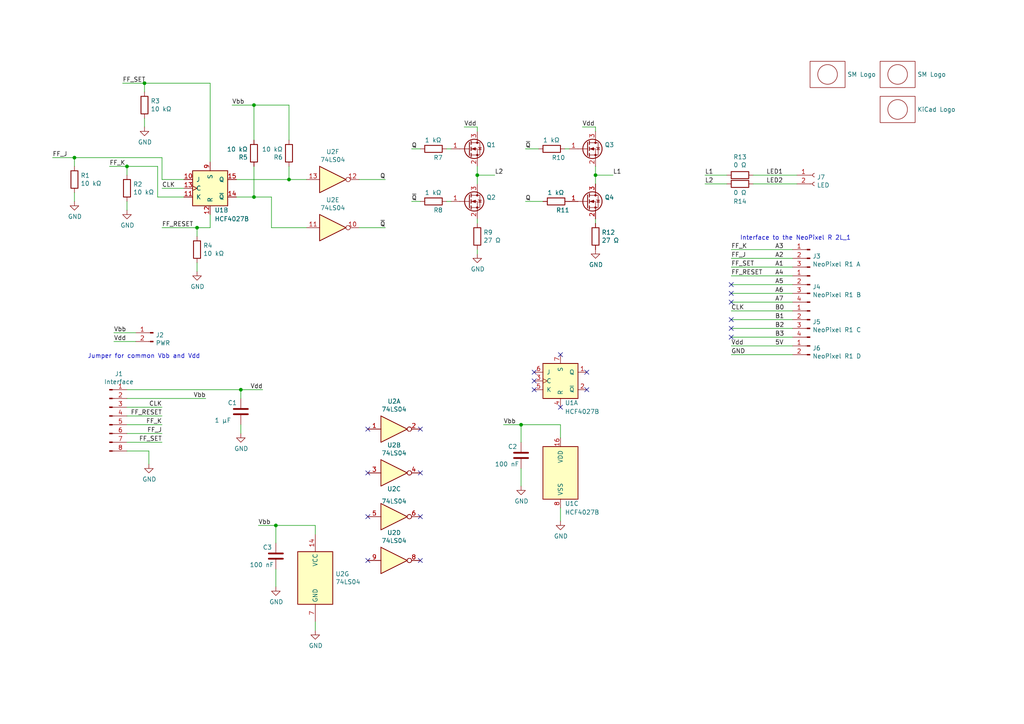
<source format=kicad_sch>
(kicad_sch (version 20231120) (generator "eeschema") (generator_version "8.0")
  (paper "A4")
  (lib_symbols
    (symbol "4xxx:4027" (pin_names (offset 1.016))
      (property "Reference" "U" (at -7.62 8.89 0))
      (property "Value" "4027" (at -7.62 -8.89 0))
      (symbol "4027_1_1"
        (rectangle (start -5.08 5.08) (end 5.08 -5.08) (stroke (width 0.254)) (fill (type background)))
        (pin output line (at 7.62 2.54 180) (length 2.54) (name "Q") (number "1"))
        (pin output line (at 7.62 -2.54 180) (length 2.54) (name "~{Q}") (number "2"))
        (pin input clock (at -7.62 0 0) (length 2.54) (name "C") (number "3"))
        (pin input line (at 0 -7.62 90) (length 2.54) (name "R") (number "4"))
        (pin input line (at -7.62 -2.54 0) (length 2.54) (name "K") (number "5"))
        (pin input line (at -7.62 2.54 0) (length 2.54) (name "J") (number "6"))
        (pin input line (at 0 7.62 270) (length 2.54) (name "S") (number "7"))
      )
      (symbol "4027_2_1"
        (rectangle (start -5.08 5.08) (end 5.08 -5.08) (stroke (width 0.254)) (fill (type background)))
        (pin input line (at -7.62 2.54 0) (length 2.54) (name "J") (number "10"))
        (pin input line (at -7.62 -2.54 0) (length 2.54) (name "K") (number "11"))
        (pin input line (at 0 -7.62 90) (length 2.54) (name "R") (number "12"))
        (pin input clock (at -7.62 0 0) (length 2.54) (name "C") (number "13"))
        (pin output line (at 7.62 -2.54 180) (length 2.54) (name "~{Q}") (number "14"))
        (pin output line (at 7.62 2.54 180) (length 2.54) (name "Q") (number "15"))
        (pin input line (at 0 7.62 270) (length 2.54) (name "S") (number "9"))
      )
      (symbol "4027_3_0"
        (pin power_in line (at 0 10.16 270) (length 2.54) (name "VDD") (number "16"))
        (pin power_in line (at 0 -10.16 90) (length 2.54) (name "VSS") (number "8"))
      )
      (symbol "4027_3_1"
        (rectangle (start -5.08 7.62) (end 5.08 -7.62) (stroke (width 0.254)) (fill (type background)))
      )
    )
    (symbol "74xx:74LS04"
      (property "Reference" "U" (at 0 1.27 0))
      (property "Value" "74LS04" (at 0 -1.27 0))
      (symbol "74LS04_1_0"
        (polyline (pts (xy -3.81 3.81) (xy -3.81 -3.81) (xy 3.81 0) (xy -3.81 3.81)) (stroke (width 0.254)) (fill (type background)))
        (pin input line (at -7.62 0 0) (length 3.81) (name "~") (number "1"))
        (pin output inverted (at 7.62 0 180) (length 3.81) (name "~") (number "2"))
      )
      (symbol "74LS04_2_0"
        (polyline (pts (xy -3.81 3.81) (xy -3.81 -3.81) (xy 3.81 0) (xy -3.81 3.81)) (stroke (width 0.254)) (fill (type background)))
        (pin input line (at -7.62 0 0) (length 3.81) (name "~") (number "3"))
        (pin output inverted (at 7.62 0 180) (length 3.81) (name "~") (number "4"))
      )
      (symbol "74LS04_3_0"
        (polyline (pts (xy -3.81 3.81) (xy -3.81 -3.81) (xy 3.81 0) (xy -3.81 3.81)) (stroke (width 0.254)) (fill (type background)))
        (pin input line (at -7.62 0 0) (length 3.81) (name "~") (number "5"))
        (pin output inverted (at 7.62 0 180) (length 3.81) (name "~") (number "6"))
      )
      (symbol "74LS04_4_0"
        (polyline (pts (xy -3.81 3.81) (xy -3.81 -3.81) (xy 3.81 0) (xy -3.81 3.81)) (stroke (width 0.254)) (fill (type background)))
        (pin output inverted (at 7.62 0 180) (length 3.81) (name "~") (number "8"))
        (pin input line (at -7.62 0 0) (length 3.81) (name "~") (number "9"))
      )
      (symbol "74LS04_5_0"
        (polyline (pts (xy -3.81 3.81) (xy -3.81 -3.81) (xy 3.81 0) (xy -3.81 3.81)) (stroke (width 0.254)) (fill (type background)))
        (pin output inverted (at 7.62 0 180) (length 3.81) (name "~") (number "10"))
        (pin input line (at -7.62 0 0) (length 3.81) (name "~") (number "11"))
      )
      (symbol "74LS04_6_0"
        (polyline (pts (xy -3.81 3.81) (xy -3.81 -3.81) (xy 3.81 0) (xy -3.81 3.81)) (stroke (width 0.254)) (fill (type background)))
        (pin output inverted (at 7.62 0 180) (length 3.81) (name "~") (number "12"))
        (pin input line (at -7.62 0 0) (length 3.81) (name "~") (number "13"))
      )
      (symbol "74LS04_7_0"
        (pin power_in line (at 0 12.7 270) (length 5.08) (name "VCC") (number "14"))
        (pin power_in line (at 0 -12.7 90) (length 5.08) (name "GND") (number "7"))
      )
      (symbol "74LS04_7_1"
        (rectangle (start -5.08 7.62) (end 5.08 -7.62) (stroke (width 0.254)) (fill (type background)))
      )
    )
    (symbol "Device:C" (pin_numbers hide) (pin_names (offset 0.254))
      (property "Reference" "C" (at 0.635 2.54 0))
      (property "Value" "C" (at 0.635 -2.54 0))
      (symbol "C_0_1"
        (polyline (pts (xy -2.032 -0.762) (xy 2.032 -0.762)) (stroke (width 0.508)))
        (polyline (pts (xy -2.032 0.762) (xy 2.032 0.762)) (stroke (width 0.508)))
      )
      (symbol "C_1_1"
        (pin passive line (at 0 3.81 270) (length 2.794) (name "~") (number "1"))
        (pin passive line (at 0 -3.81 90) (length 2.794) (name "~") (number "2"))
      )
    )
    (symbol "Device:Q_NMOS_GSD" (pin_names (offset 0) hide)
      (property "Reference" "Q" (at 5.08 1.27 0))
      (property "Value" "Q_NMOS_GSD" (at 5.08 -1.27 0))
      (symbol "Q_NMOS_GSD_0_1"
        (polyline (pts (xy 0.254 0) (xy -2.54 0)))
        (polyline (pts (xy 0.254 1.905) (xy 0.254 -1.905)) (stroke (width 0.254)))
        (polyline (pts (xy 0.762 -1.27) (xy 0.762 -2.286)) (stroke (width 0.254)))
        (polyline (pts (xy 0.762 0.508) (xy 0.762 -0.508)) (stroke (width 0.254)))
        (polyline (pts (xy 0.762 2.286) (xy 0.762 1.27)) (stroke (width 0.254)))
        (polyline (pts (xy 2.54 2.54) (xy 2.54 1.778)))
        (polyline (pts (xy 2.54 -2.54) (xy 2.54 0) (xy 0.762 0)))
        (polyline (pts (xy 0.762 -1.778) (xy 3.302 -1.778) (xy 3.302 1.778) (xy 0.762 1.778)))
        (polyline (pts (xy 1.016 0) (xy 2.032 0.381) (xy 2.032 -0.381) (xy 1.016 0)) (fill (type outline)))
        (polyline (pts (xy 2.794 0.508) (xy 2.921 0.381) (xy 3.683 0.381) (xy 3.81 0.254)))
        (polyline (pts (xy 3.302 0.381) (xy 2.921 -0.254) (xy 3.683 -0.254) (xy 3.302 0.381)))
        (circle (center 1.651 0) (radius 2.794) (stroke (width 0.254)))
        (circle (center 2.54 -1.778) (radius 0.254) (fill (type outline)))
        (circle (center 2.54 1.778) (radius 0.254) (fill (type outline)))
      )
      (symbol "Q_NMOS_GSD_1_1"
        (pin input line (at -5.08 0 0) (length 2.54) (name "G") (number "1"))
        (pin passive line (at 2.54 -5.08 90) (length 2.54) (name "S") (number "2"))
        (pin passive line (at 2.54 5.08 270) (length 2.54) (name "D") (number "3"))
      )
    )
    (symbol "Device:R" (pin_numbers hide) (pin_names (offset 0))
      (property "Reference" "R" (at 2.032 0 90))
      (property "Value" "R" (at 0 0 90))
      (symbol "R_0_1"
        (rectangle (start -1.016 -2.54) (end 1.016 2.54) (stroke (width 0.254)))
      )
      (symbol "R_1_1"
        (pin passive line (at 0 3.81 270) (length 1.27) (name "~") (number "1"))
        (pin passive line (at 0 -3.81 90) (length 1.27) (name "~") (number "2"))
      )
    )
    (symbol "LED_Chain-rescue:Conn_01x02_Female-Connector" (pin_names (offset 1.016) hide)
      (property "Reference" "J" (at 0 2.54 0))
      (property "Value" "Connector_Conn_01x02_Female" (at 0 -5.08 0))
      (symbol "Conn_01x02_Female-Connector_1_1"
        (arc (start 0 -2.032) (mid -0.508 -2.54) (end 0 -3.048) (stroke (width 0.1524)))
        (polyline (pts (xy -1.27 -2.54) (xy -0.508 -2.54)) (stroke (width 0.1524)))
        (polyline (pts (xy -1.27 0) (xy -0.508 0)) (stroke (width 0.1524)))
        (arc (start 0 0.508) (mid -0.508 0) (end 0 -0.508) (stroke (width 0.1524)))
        (pin passive line (at -5.08 0 0) (length 3.81) (name "Pin_1") (number "1"))
        (pin passive line (at -5.08 -2.54 0) (length 3.81) (name "Pin_2") (number "2"))
      )
    )
    (symbol "LED_Chain-rescue:Conn_01x02_Male-Connector" (pin_names (offset 1.016) hide)
      (property "Reference" "J" (at 0 2.54 0))
      (property "Value" "Connector_Conn_01x02_Male" (at 0 -5.08 0))
      (symbol "Conn_01x02_Male-Connector_1_1"
        (polyline (pts (xy 1.27 -2.54) (xy 0.8636 -2.54)) (stroke (width 0.1524)))
        (polyline (pts (xy 1.27 0) (xy 0.8636 0)) (stroke (width 0.1524)))
        (rectangle (start 0.8636 -2.413) (end 0 -2.667) (stroke (width 0.1524)) (fill (type outline)))
        (rectangle (start 0.8636 0.127) (end 0 -0.127) (stroke (width 0.1524)) (fill (type outline)))
        (pin passive line (at 5.08 0 180) (length 3.81) (name "Pin_1") (number "1"))
        (pin passive line (at 5.08 -2.54 180) (length 3.81) (name "Pin_2") (number "2"))
      )
    )
    (symbol "LED_Chain-rescue:Conn_01x03_Male-Connector" (pin_names (offset 1.016) hide)
      (property "Reference" "J" (at 0 5.08 0))
      (property "Value" "Connector_Conn_01x03_Male" (at 0 -5.08 0))
      (symbol "Conn_01x03_Male-Connector_1_1"
        (polyline (pts (xy 1.27 -2.54) (xy 0.8636 -2.54)) (stroke (width 0.1524)))
        (polyline (pts (xy 1.27 0) (xy 0.8636 0)) (stroke (width 0.1524)))
        (polyline (pts (xy 1.27 2.54) (xy 0.8636 2.54)) (stroke (width 0.1524)))
        (rectangle (start 0.8636 -2.413) (end 0 -2.667) (stroke (width 0.1524)) (fill (type outline)))
        (rectangle (start 0.8636 0.127) (end 0 -0.127) (stroke (width 0.1524)) (fill (type outline)))
        (rectangle (start 0.8636 2.667) (end 0 2.413) (stroke (width 0.1524)) (fill (type outline)))
        (pin passive line (at 5.08 2.54 180) (length 3.81) (name "Pin_1") (number "1"))
        (pin passive line (at 5.08 0 180) (length 3.81) (name "Pin_2") (number "2"))
        (pin passive line (at 5.08 -2.54 180) (length 3.81) (name "Pin_3") (number "3"))
      )
    )
    (symbol "LED_Chain-rescue:Conn_01x04_Male-Connector" (pin_names (offset 1.016) hide)
      (property "Reference" "J" (at 0 5.08 0))
      (property "Value" "Connector_Conn_01x04_Male" (at 0 -7.62 0))
      (symbol "Conn_01x04_Male-Connector_1_1"
        (polyline (pts (xy 1.27 -5.08) (xy 0.8636 -5.08)) (stroke (width 0.1524)))
        (polyline (pts (xy 1.27 -2.54) (xy 0.8636 -2.54)) (stroke (width 0.1524)))
        (polyline (pts (xy 1.27 0) (xy 0.8636 0)) (stroke (width 0.1524)))
        (polyline (pts (xy 1.27 2.54) (xy 0.8636 2.54)) (stroke (width 0.1524)))
        (rectangle (start 0.8636 -4.953) (end 0 -5.207) (stroke (width 0.1524)) (fill (type outline)))
        (rectangle (start 0.8636 -2.413) (end 0 -2.667) (stroke (width 0.1524)) (fill (type outline)))
        (rectangle (start 0.8636 0.127) (end 0 -0.127) (stroke (width 0.1524)) (fill (type outline)))
        (rectangle (start 0.8636 2.667) (end 0 2.413) (stroke (width 0.1524)) (fill (type outline)))
        (pin passive line (at 5.08 2.54 180) (length 3.81) (name "Pin_1") (number "1"))
        (pin passive line (at 5.08 0 180) (length 3.81) (name "Pin_2") (number "2"))
        (pin passive line (at 5.08 -2.54 180) (length 3.81) (name "Pin_3") (number "3"))
        (pin passive line (at 5.08 -5.08 180) (length 3.81) (name "Pin_4") (number "4"))
      )
    )
    (symbol "LED_Chain-rescue:Conn_01x08_Male-Connector" (pin_names (offset 1.016) hide)
      (property "Reference" "J" (at 0 10.16 0))
      (property "Value" "Connector_Conn_01x08_Male" (at 0 -12.7 0))
      (symbol "Conn_01x08_Male-Connector_1_1"
        (polyline (pts (xy 1.27 -10.16) (xy 0.8636 -10.16)) (stroke (width 0.1524)))
        (polyline (pts (xy 1.27 -7.62) (xy 0.8636 -7.62)) (stroke (width 0.1524)))
        (polyline (pts (xy 1.27 -5.08) (xy 0.8636 -5.08)) (stroke (width 0.1524)))
        (polyline (pts (xy 1.27 -2.54) (xy 0.8636 -2.54)) (stroke (width 0.1524)))
        (polyline (pts (xy 1.27 0) (xy 0.8636 0)) (stroke (width 0.1524)))
        (polyline (pts (xy 1.27 2.54) (xy 0.8636 2.54)) (stroke (width 0.1524)))
        (polyline (pts (xy 1.27 5.08) (xy 0.8636 5.08)) (stroke (width 0.1524)))
        (polyline (pts (xy 1.27 7.62) (xy 0.8636 7.62)) (stroke (width 0.1524)))
        (rectangle (start 0.8636 -10.033) (end 0 -10.287) (stroke (width 0.1524)) (fill (type outline)))
        (rectangle (start 0.8636 -7.493) (end 0 -7.747) (stroke (width 0.1524)) (fill (type outline)))
        (rectangle (start 0.8636 -4.953) (end 0 -5.207) (stroke (width 0.1524)) (fill (type outline)))
        (rectangle (start 0.8636 -2.413) (end 0 -2.667) (stroke (width 0.1524)) (fill (type outline)))
        (rectangle (start 0.8636 0.127) (end 0 -0.127) (stroke (width 0.1524)) (fill (type outline)))
        (rectangle (start 0.8636 2.667) (end 0 2.413) (stroke (width 0.1524)) (fill (type outline)))
        (rectangle (start 0.8636 5.207) (end 0 4.953) (stroke (width 0.1524)) (fill (type outline)))
        (rectangle (start 0.8636 7.747) (end 0 7.493) (stroke (width 0.1524)) (fill (type outline)))
        (pin passive line (at 5.08 7.62 180) (length 3.81) (name "Pin_1") (number "1"))
        (pin passive line (at 5.08 5.08 180) (length 3.81) (name "Pin_2") (number "2"))
        (pin passive line (at 5.08 2.54 180) (length 3.81) (name "Pin_3") (number "3"))
        (pin passive line (at 5.08 0 180) (length 3.81) (name "Pin_4") (number "4"))
        (pin passive line (at 5.08 -2.54 180) (length 3.81) (name "Pin_5") (number "5"))
        (pin passive line (at 5.08 -5.08 180) (length 3.81) (name "Pin_6") (number "6"))
        (pin passive line (at 5.08 -7.62 180) (length 3.81) (name "Pin_7") (number "7"))
        (pin passive line (at 5.08 -10.16 180) (length 3.81) (name "Pin_8") (number "8"))
      )
    )
    (symbol "LED_Chain-rescue:GND-power" (power) (pin_names (offset 0))
      (property "Value" "power_GND" (at 0 -3.81 0))
      (symbol "GND-power_0_1"
        (polyline (pts (xy 0 0) (xy 0 -1.27) (xy 1.27 -1.27) (xy 0 -2.54) (xy -1.27 -1.27) (xy 0 -1.27)))
      )
      (symbol "GND-power_1_1"
        (pin power_in line (at 0 0 270) (length 0) hide (name "GND") (number "1"))
      )
    )
    (symbol "sjm-mechanical:logo" (pin_names (offset 1.016))
      (property "Value" "logo" (at 7.62 -3.048 0))
      (symbol "logo_0_1"
        (rectangle (start -5.08 3.81) (end 5.08 -3.81))
        (circle (center 0 0) (radius 2.8448))
      )
    )
  )
  (junction (at 36.83 48.26))
  (junction (at 138.43 50.8))
  (junction (at 57.15 66.04))
  (junction (at 80.01 152.4))
  (junction (at 73.66 30.48))
  (junction (at 21.59 45.72))
  (junction (at 172.72 50.8))
  (junction (at 69.85 113.03))
  (junction (at 83.82 52.07))
  (junction (at 151.13 123.19))
  (junction (at 41.91 24.13))
  (junction (at 73.66 57.15))
  (no_connect (at 212.09 97.79))
  (no_connect (at 154.94 113.03))
  (no_connect (at 212.09 87.63))
  (no_connect (at 154.94 107.95))
  (no_connect (at 170.18 113.03))
  (no_connect (at 162.56 102.87))
  (no_connect (at 106.68 137.16))
  (no_connect (at 212.09 92.71))
  (no_connect (at 212.09 82.55))
  (no_connect (at 154.94 110.49))
  (no_connect (at 121.92 124.46))
  (no_connect (at 106.68 149.86))
  (no_connect (at 162.56 118.11))
  (no_connect (at 121.92 149.86))
  (no_connect (at 170.18 107.95))
  (no_connect (at 121.92 137.16))
  (no_connect (at 106.68 162.56))
  (no_connect (at 212.09 95.25))
  (no_connect (at 121.92 162.56))
  (no_connect (at 212.09 85.09))
  (no_connect (at 106.68 124.46))
  (wire (pts (xy 83.82 30.48) (xy 83.82 40.64)))
  (wire (pts (xy 210.82 53.34) (xy 204.47 53.34)))
  (wire (pts (xy 138.43 50.8) (xy 138.43 53.34)))
  (wire (pts (xy 91.44 182.88) (xy 91.44 180.34)))
  (wire (pts (xy 21.59 45.72) (xy 21.59 48.26)))
  (wire (pts (xy 60.96 46.99) (xy 60.96 24.13)))
  (wire (pts (xy 57.15 76.2) (xy 57.15 78.74)))
  (wire (pts (xy 229.87 72.39) (xy 212.09 72.39)))
  (wire (pts (xy 41.91 24.13) (xy 35.56 24.13)))
  (wire (pts (xy 73.66 30.48) (xy 83.82 30.48)))
  (wire (pts (xy 91.44 154.94) (xy 91.44 152.4)))
  (wire (pts (xy 60.96 66.04) (xy 57.15 66.04)))
  (wire (pts (xy 229.87 100.33) (xy 212.09 100.33)))
  (wire (pts (xy 36.83 118.11) (xy 46.99 118.11)))
  (wire (pts (xy 36.83 115.57) (xy 59.69 115.57)))
  (wire (pts (xy 138.43 36.83) (xy 138.43 38.1)))
  (wire (pts (xy 36.83 58.42) (xy 36.83 60.96)))
  (wire (pts (xy 165.1 43.18) (xy 163.83 43.18)))
  (wire (pts (xy 229.87 74.93) (xy 212.09 74.93)))
  (wire (pts (xy 129.54 58.42) (xy 130.81 58.42)))
  (wire (pts (xy 104.14 52.07) (xy 111.76 52.07)))
  (wire (pts (xy 172.72 50.8) (xy 172.72 53.34)))
  (wire (pts (xy 68.58 52.07) (xy 83.82 52.07)))
  (wire (pts (xy 46.99 52.07) (xy 46.99 45.72)))
  (wire (pts (xy 162.56 147.32) (xy 162.56 151.13)))
  (wire (pts (xy 138.43 48.26) (xy 138.43 50.8)))
  (wire (pts (xy 162.56 123.19) (xy 151.13 123.19)))
  (wire (pts (xy 39.37 99.06) (xy 33.02 99.06)))
  (wire (pts (xy 45.72 48.26) (xy 36.83 48.26)))
  (wire (pts (xy 36.83 128.27) (xy 46.99 128.27)))
  (wire (pts (xy 78.74 66.04) (xy 88.9 66.04)))
  (wire (pts (xy 218.44 50.8) (xy 231.14 50.8)))
  (wire (pts (xy 172.72 50.8) (xy 177.8 50.8)))
  (wire (pts (xy 21.59 45.72) (xy 15.24 45.72)))
  (wire (pts (xy 138.43 50.8) (xy 143.51 50.8)))
  (wire (pts (xy 151.13 135.89) (xy 151.13 140.97)))
  (wire (pts (xy 229.87 87.63) (xy 212.09 87.63)))
  (wire (pts (xy 69.85 113.03) (xy 76.2 113.03)))
  (wire (pts (xy 229.87 97.79) (xy 212.09 97.79)))
  (wire (pts (xy 229.87 80.01) (xy 212.09 80.01)))
  (wire (pts (xy 229.87 102.87) (xy 212.09 102.87)))
  (wire (pts (xy 36.83 130.81) (xy 43.18 130.81)))
  (wire (pts (xy 36.83 123.19) (xy 46.99 123.19)))
  (wire (pts (xy 119.38 58.42) (xy 121.92 58.42)))
  (wire (pts (xy 80.01 165.1) (xy 80.01 170.18)))
  (wire (pts (xy 53.34 52.07) (xy 46.99 52.07)))
  (wire (pts (xy 45.72 57.15) (xy 45.72 48.26)))
  (wire (pts (xy 57.15 66.04) (xy 46.99 66.04)))
  (wire (pts (xy 156.21 43.18) (xy 152.4 43.18)))
  (wire (pts (xy 172.72 36.83) (xy 172.72 38.1)))
  (wire (pts (xy 78.74 57.15) (xy 78.74 66.04)))
  (wire (pts (xy 67.31 30.48) (xy 73.66 30.48)))
  (wire (pts (xy 168.91 36.83) (xy 172.72 36.83)))
  (wire (pts (xy 162.56 127) (xy 162.56 123.19)))
  (wire (pts (xy 172.72 63.5) (xy 172.72 64.77)))
  (wire (pts (xy 229.87 77.47) (xy 212.09 77.47)))
  (wire (pts (xy 69.85 123.19) (xy 69.85 125.73)))
  (wire (pts (xy 151.13 123.19) (xy 151.13 128.27)))
  (wire (pts (xy 39.37 96.52) (xy 33.02 96.52)))
  (wire (pts (xy 41.91 34.29) (xy 41.91 36.83)))
  (wire (pts (xy 138.43 72.39) (xy 138.43 73.66)))
  (wire (pts (xy 46.99 45.72) (xy 21.59 45.72)))
  (wire (pts (xy 36.83 48.26) (xy 31.75 48.26)))
  (wire (pts (xy 57.15 66.04) (xy 57.15 68.58)))
  (wire (pts (xy 83.82 52.07) (xy 83.82 48.26)))
  (wire (pts (xy 80.01 152.4) (xy 80.01 157.48)))
  (wire (pts (xy 151.13 123.19) (xy 146.05 123.19)))
  (wire (pts (xy 157.48 58.42) (xy 152.4 58.42)))
  (wire (pts (xy 229.87 85.09) (xy 212.09 85.09)))
  (wire (pts (xy 36.83 113.03) (xy 69.85 113.03)))
  (wire (pts (xy 91.44 152.4) (xy 80.01 152.4)))
  (wire (pts (xy 229.87 90.17) (xy 212.09 90.17)))
  (wire (pts (xy 130.81 43.18) (xy 129.54 43.18)))
  (wire (pts (xy 68.58 57.15) (xy 73.66 57.15)))
  (wire (pts (xy 121.92 43.18) (xy 119.38 43.18)))
  (wire (pts (xy 138.43 63.5) (xy 138.43 64.77)))
  (wire (pts (xy 43.18 130.81) (xy 43.18 134.62)))
  (wire (pts (xy 229.87 95.25) (xy 212.09 95.25)))
  (wire (pts (xy 21.59 55.88) (xy 21.59 58.42)))
  (wire (pts (xy 41.91 24.13) (xy 41.91 26.67)))
  (wire (pts (xy 60.96 62.23) (xy 60.96 66.04)))
  (wire (pts (xy 172.72 48.26) (xy 172.72 50.8)))
  (wire (pts (xy 73.66 30.48) (xy 73.66 40.64)))
  (wire (pts (xy 229.87 82.55) (xy 212.09 82.55)))
  (wire (pts (xy 36.83 48.26) (xy 36.83 50.8)))
  (wire (pts (xy 104.14 66.04) (xy 111.76 66.04)))
  (wire (pts (xy 53.34 54.61) (xy 46.99 54.61)))
  (wire (pts (xy 229.87 92.71) (xy 212.09 92.71)))
  (wire (pts (xy 134.62 36.83) (xy 138.43 36.83)))
  (wire (pts (xy 80.01 152.4) (xy 74.93 152.4)))
  (wire (pts (xy 73.66 57.15) (xy 73.66 48.26)))
  (wire (pts (xy 36.83 120.65) (xy 46.99 120.65)))
  (wire (pts (xy 36.83 125.73) (xy 46.99 125.73)))
  (wire (pts (xy 210.82 50.8) (xy 204.47 50.8)))
  (wire (pts (xy 45.72 57.15) (xy 53.34 57.15)))
  (wire (pts (xy 73.66 57.15) (xy 78.74 57.15)))
  (wire (pts (xy 218.44 53.34) (xy 231.14 53.34)))
  (wire (pts (xy 69.85 113.03) (xy 69.85 115.57)))
  (wire (pts (xy 60.96 24.13) (xy 41.91 24.13)))
  (wire (pts (xy 83.82 52.07) (xy 88.9 52.07)))
  (text "Jumper for common Vbb and Vdd" (at 25.4 104.14 0) (effects (font (size 1.27 1.27)) (justify left bottom)))
  (text "Interface to the NeoPixel R 2L_1" (at 214.63 69.85 0) (effects (font (size 1.27 1.27)) (justify left bottom)))
  (label "B0" (at 224.79 90.17 0))
  (label "LED2" (at 222.25 53.34 0))
  (label "Vdd" (at 76.2 113.03 180))
  (label "L2" (at 143.51 50.8 0))
  (label "LED1" (at 222.25 50.8 0))
  (label "A4" (at 224.79 80.01 0))
  (label "A7" (at 224.79 87.63 0))
  (label "FF_RESET" (at 46.99 66.04 0))
  (label "B1" (at 224.79 92.71 0))
  (label "Q" (at 119.38 43.18 0))
  (label "FF_J" (at 15.24 45.72 0))
  (label "GND" (at 212.09 102.87 0))
  (label "A2" (at 224.79 74.93 0))
  (label "A3" (at 224.79 72.39 0))
  (label "Q" (at 152.4 58.42 0))
  (label "B3" (at 224.79 97.79 0))
  (label "Vdd" (at 33.02 99.06 0))
  (label "Vbb" (at 74.93 152.4 0))
  (label "Vdd" (at 168.91 36.83 0))
  (label "FF_SET" (at 46.99 128.27 180))
  (label "Vbb" (at 146.05 123.19 0))
  (label "FF_SET" (at 35.56 24.13 0))
  (label "FF_RESET" (at 46.99 120.65 180))
  (label "FF_RESET" (at 212.09 80.01 0))
  (label "L1" (at 204.47 50.8 0))
  (label "L2" (at 204.47 53.34 0))
  (label "5V" (at 224.79 100.33 0))
  (label "A5" (at 224.79 82.55 0))
  (label "FF_J" (at 46.99 125.73 180))
  (label "~{Q}" (at 119.38 58.42 0))
  (label "CLK" (at 46.99 54.61 0))
  (label "FF_J" (at 212.09 74.93 0))
  (label "FF_SET" (at 212.09 77.47 0))
  (label "Vbb" (at 67.31 30.48 0))
  (label "FF_K" (at 31.75 48.26 0))
  (label "FF_K" (at 46.99 123.19 180))
  (label "~{Q}" (at 152.4 43.18 0))
  (label "Vdd" (at 134.62 36.83 0))
  (label "FF_K" (at 212.09 72.39 0))
  (label "Vdd" (at 212.09 100.33 0))
  (label "A1" (at 224.79 77.47 0))
  (label "B2" (at 224.79 95.25 0))
  (label "CLK" (at 46.99 118.11 180))
  (label "CLK" (at 212.09 90.17 0))
  (label "~{Q}" (at 111.76 66.04 180))
  (label "L1" (at 177.8 50.8 0))
  (label "Vbb" (at 33.02 96.52 0))
  (label "A6" (at 224.79 85.09 0))
  (label "Vbb" (at 59.69 115.57 180))
  (label "Q" (at 111.76 52.07 180))
  (symbol (lib_id "4xxx:4027") (at 60.96 54.61 0) (unit 2)
    (property "Reference" "U1" (at 62.23 60.96 0) (effects (justify left)))
    (property "Value" "HCF4027B" (at 62.23 63.5 0) (effects (justify left)))
    (property "Footprint" "Package_SO:SOIC-16_3.9x9.9mm_P1.27mm" (effects (hide yes)))
    (property "Datasheet" "http://www.intersil.com/content/dam/Intersil/documents/cd40/cd4027bms.pdf" (effects (hide yes)))
  )
  (symbol (lib_id "4xxx:4027") (at 162.56 137.16 0) (unit 3)
    (property "Reference" "U1" (at 163.83 146.05 0) (effects (justify left)))
    (property "Value" "HCF4027B" (at 163.83 148.59 0) (effects (justify left)))
    (property "Footprint" "Package_SO:SOIC-16_3.9x9.9mm_P1.27mm" (effects (hide yes)))
    (property "Datasheet" "http://www.intersil.com/content/dam/Intersil/documents/cd40/cd4027bms.pdf" (effects (hide yes)))
  )
  (symbol (lib_id "Device:Q_NMOS_GSD") (at 170.18 43.18 0) (unit 1)
    (property "Reference" "Q3" (at 175.3616 42.0116 0) (effects (justify left)))
    (property "Value" "IRLML2502" (effects (hide yes)))
    (property "Footprint" "Package_TO_SOT_SMD:SOT-23" (effects (hide yes)))
  )
  (symbol (lib_id "Device:Q_NMOS_GSD") (at 170.18 58.42 0) (unit 1)
    (property "Reference" "Q4" (at 175.3616 57.2516 0) (effects (justify left)))
    (property "Value" "IRLML2502" (effects (hide yes)))
    (property "Footprint" "Package_TO_SOT_SMD:SOT-23" (effects (hide yes)))
  )
  (symbol (lib_id "Device:Q_NMOS_GSD") (at 135.89 43.18 0) (unit 1)
    (property "Reference" "Q1" (at 141.0716 42.0116 0) (effects (justify left)))
    (property "Value" "IRLML2502" (effects (hide yes)))
    (property "Footprint" "Package_TO_SOT_SMD:SOT-23" (effects (hide yes)))
  )
  (symbol (lib_id "Device:Q_NMOS_GSD") (at 135.89 58.42 0) (unit 1)
    (property "Reference" "Q2" (at 141.0716 57.2516 0) (effects (justify left)))
    (property "Value" "IRLML2502" (effects (hide yes)))
    (property "Footprint" "Package_TO_SOT_SMD:SOT-23" (effects (hide yes)))
  )
  (symbol (lib_id "Device:R") (at 138.43 68.58 0) (unit 1)
    (property "Reference" "R9" (at 140.208 67.4116 0) (effects (justify left)))
    (property "Value" "27 Ω" (at 140.208 69.723 0) (effects (justify left)))
    (property "Footprint" "Resistor_SMD:R_0805_2012Metric" (effects (hide yes)))
  )
  (symbol (lib_id "Device:R") (at 172.72 68.58 0) (unit 1)
    (property "Reference" "R12" (at 174.498 67.4116 0) (effects (justify left)))
    (property "Value" "27 Ω" (at 174.498 69.723 0) (effects (justify left)))
    (property "Footprint" "Resistor_SMD:R_0805_2012Metric" (effects (hide yes)))
  )
  (symbol (lib_id "Device:R") (at 73.66 44.45 180) (unit 1)
    (property "Reference" "R5" (at 71.882 45.6184 0) (effects (justify left)))
    (property "Value" "10 kΩ" (at 71.882 43.307 0) (effects (justify left)))
    (property "Footprint" "Resistor_SMD:R_0805_2012Metric" (effects (hide yes)))
  )
  (symbol (lib_id "Device:R") (at 83.82 44.45 180) (unit 1)
    (property "Reference" "R6" (at 82.042 45.6184 0) (effects (justify left)))
    (property "Value" "10 kΩ" (at 82.042 43.307 0) (effects (justify left)))
    (property "Footprint" "Resistor_SMD:R_0805_2012Metric" (effects (hide yes)))
  )
  (symbol (lib_id "Device:R") (at 214.63 50.8 270) (unit 1)
    (property "Reference" "R13" (at 214.63 45.5422 90))
    (property "Value" "0 Ω" (at 214.63 47.8536 90))
    (property "Footprint" "Resistor_SMD:R_0805_2012Metric" (effects (hide yes)))
  )
  (symbol (lib_id "Device:R") (at 214.63 53.34 270) (unit 1)
    (property "Reference" "R14" (at 214.63 58.42 90))
    (property "Value" "0 Ω" (at 214.63 55.88 90))
    (property "Footprint" "Resistor_SMD:R_0805_2012Metric" (effects (hide yes)))
  )
  (symbol (lib_id "LED_Chain-rescue:GND-power") (at 138.43 73.66 0) (unit 1)
    (property "Reference" "#PWR09" (effects (hide yes)))
    (property "Value" "GND" (at 138.557 78.0542 0))
  )
  (symbol (lib_id "LED_Chain-rescue:GND-power") (at 172.72 72.39 0) (unit 1)
    (property "Reference" "#PWR012" (effects (hide yes)))
    (property "Value" "GND" (at 172.847 76.7842 0))
  )
  (symbol (lib_id "LED_Chain-rescue:GND-power") (at 162.56 151.13 0) (unit 1)
    (property "Reference" "#PWR010" (effects (hide yes)))
    (property "Value" "GND" (at 162.687 155.5242 0))
  )
  (symbol (lib_id "Device:R") (at 125.73 43.18 270) (unit 1)
    (property "Reference" "R7" (at 125.73 45.72 90) (effects (justify left)))
    (property "Value" "1 kΩ" (at 123.19 40.64 90) (effects (justify left)))
    (property "Footprint" "Resistor_SMD:R_0805_2012Metric" (effects (hide yes)))
  )
  (symbol (lib_id "Device:R") (at 125.73 58.42 270) (unit 1)
    (property "Reference" "R8" (at 125.73 60.96 90) (effects (justify left)))
    (property "Value" "1 kΩ" (at 123.19 55.88 90) (effects (justify left)))
    (property "Footprint" "Resistor_SMD:R_0805_2012Metric" (effects (hide yes)))
  )
  (symbol (lib_id "Device:R") (at 160.02 43.18 270) (unit 1)
    (property "Reference" "R10" (at 160.02 45.72 90) (effects (justify left)))
    (property "Value" "1 kΩ" (at 157.48 40.64 90) (effects (justify left)))
    (property "Footprint" "Resistor_SMD:R_0805_2012Metric" (effects (hide yes)))
  )
  (symbol (lib_id "Device:R") (at 161.29 58.42 270) (unit 1)
    (property "Reference" "R11" (at 161.29 60.96 90) (effects (justify left)))
    (property "Value" "1 kΩ" (at 158.75 55.88 90) (effects (justify left)))
    (property "Footprint" "Resistor_SMD:R_0805_2012Metric" (effects (hide yes)))
  )
  (symbol (lib_id "Device:C") (at 151.13 132.08 0) (unit 1)
    (property "Reference" "C2" (at 147.32 129.54 0) (effects (justify left)))
    (property "Value" "100 nF" (at 143.51 134.62 0) (effects (justify left)))
    (property "Footprint" "Capacitor_SMD:C_0805_2012Metric" (effects (hide yes)))
  )
  (symbol (lib_id "LED_Chain-rescue:GND-power") (at 151.13 140.97 0) (unit 1)
    (property "Reference" "#PWR07" (effects (hide yes)))
    (property "Value" "GND" (at 151.257 145.3642 0))
  )
  (symbol (lib_id "LED_Chain-rescue:GND-power") (at 43.18 134.62 0) (unit 1)
    (property "Reference" "#PWR04" (effects (hide yes)))
    (property "Value" "GND" (at 43.307 139.0142 0))
  )
  (symbol (lib_id "74xx:74LS04") (at 96.52 52.07 0) (unit 6)
    (property "Reference" "U2" (at 96.52 44.0182 0))
    (property "Value" "74LS04" (at 96.52 46.3296 0))
    (property "Footprint" "LED_Chain:SOIC-14" (effects (hide yes)))
    (property "Datasheet" "http://www.ti.com/lit/gpn/sn74LS04" (effects (hide yes)))
  )
  (symbol (lib_id "74xx:74LS04") (at 96.52 66.04 0) (unit 5)
    (property "Reference" "U2" (at 96.52 57.9882 0))
    (property "Value" "74LS04" (at 96.52 60.2996 0))
    (property "Footprint" "LED_Chain:SOIC-14" (effects (hide yes)))
    (property "Datasheet" "http://www.ti.com/lit/gpn/sn74LS04" (effects (hide yes)))
  )
  (symbol (lib_id "74xx:74LS04") (at 91.44 167.64 0) (unit 7)
    (property "Reference" "U2" (at 97.282 166.4716 0) (effects (justify left)))
    (property "Value" "74LS04" (at 97.282 168.783 0) (effects (justify left)))
    (property "Footprint" "LED_Chain:SOIC-14" (effects (hide yes)))
    (property "Datasheet" "http://www.ti.com/lit/gpn/sn74LS04" (effects (hide yes)))
  )
  (symbol (lib_id "Device:C") (at 80.01 161.29 0) (unit 1)
    (property "Reference" "C3" (at 76.2 158.75 0) (effects (justify left)))
    (property "Value" "100 nF" (at 72.39 163.83 0) (effects (justify left)))
    (property "Footprint" "Capacitor_SMD:C_0805_2012Metric" (effects (hide yes)))
  )
  (symbol (lib_id "LED_Chain-rescue:GND-power") (at 80.01 170.18 0) (unit 1)
    (property "Reference" "#PWR08" (effects (hide yes)))
    (property "Value" "GND" (at 80.137 174.5742 0))
  )
  (symbol (lib_id "LED_Chain-rescue:GND-power") (at 91.44 182.88 0) (unit 1)
    (property "Reference" "#PWR011" (effects (hide yes)))
    (property "Value" "GND" (at 91.567 187.2742 0))
  )
  (symbol (lib_id "Device:R") (at 41.91 30.48 0) (unit 1)
    (property "Reference" "R3" (at 43.688 29.3116 0) (effects (justify left)))
    (property "Value" "10 kΩ" (at 43.688 31.623 0) (effects (justify left)))
    (property "Footprint" "Resistor_SMD:R_0805_2012Metric" (effects (hide yes)))
  )
  (symbol (lib_id "Device:R") (at 57.15 72.39 0) (unit 1)
    (property "Reference" "R4" (at 58.928 71.2216 0) (effects (justify left)))
    (property "Value" "10 kΩ" (at 58.928 73.533 0) (effects (justify left)))
    (property "Footprint" "Resistor_SMD:R_0805_2012Metric" (effects (hide yes)))
  )
  (symbol (lib_id "LED_Chain-rescue:GND-power") (at 57.15 78.74 0) (unit 1)
    (property "Reference" "#PWR06" (effects (hide yes)))
    (property "Value" "GND" (at 57.277 83.1342 0))
  )
  (symbol (lib_id "LED_Chain-rescue:GND-power") (at 41.91 36.83 0) (unit 1)
    (property "Reference" "#PWR03" (effects (hide yes)))
    (property "Value" "GND" (at 42.037 41.2242 0))
  )
  (symbol (lib_id "LED_Chain-rescue:Conn_01x08_Male-Connector") (at 31.75 120.65 0) (unit 1)
    (property "Reference" "J1" (at 34.4932 108.4326 0))
    (property "Value" "Interface" (at 34.4932 110.744 0))
    (property "Footprint" "Connector_PinHeader_2.54mm:PinHeader_1x08_P2.54mm_Horizontal" (effects (hide yes)))
  )
  (symbol (lib_id "Device:C") (at 69.85 119.38 0) (unit 1)
    (property "Reference" "C1" (at 66.04 116.84 0) (effects (justify left)))
    (property "Value" "1 μF" (at 62.23 121.92 0) (effects (justify left)))
    (property "Footprint" "Capacitor_SMD:C_0805_2012Metric" (effects (hide yes)))
  )
  (symbol (lib_id "LED_Chain-rescue:GND-power") (at 69.85 125.73 0) (unit 1)
    (property "Reference" "#PWR05" (effects (hide yes)))
    (property "Value" "GND" (at 69.977 130.1242 0))
  )
  (symbol (lib_id "Device:R") (at 21.59 52.07 0) (unit 1)
    (property "Reference" "R1" (at 23.368 50.9016 0) (effects (justify left)))
    (property "Value" "10 kΩ" (at 23.368 53.213 0) (effects (justify left)))
    (property "Footprint" "Resistor_SMD:R_0805_2012Metric" (effects (hide yes)))
  )
  (symbol (lib_id "LED_Chain-rescue:GND-power") (at 21.59 58.42 0) (unit 1)
    (property "Reference" "#PWR01" (effects (hide yes)))
    (property "Value" "GND" (at 21.717 62.8142 0))
  )
  (symbol (lib_id "Device:R") (at 36.83 54.61 0) (unit 1)
    (property "Reference" "R2" (at 38.608 53.4416 0) (effects (justify left)))
    (property "Value" "10 kΩ" (at 38.608 55.753 0) (effects (justify left)))
    (property "Footprint" "Resistor_SMD:R_0805_2012Metric" (effects (hide yes)))
  )
  (symbol (lib_id "LED_Chain-rescue:GND-power") (at 36.83 60.96 0) (unit 1)
    (property "Reference" "#PWR02" (effects (hide yes)))
    (property "Value" "GND" (at 36.957 65.3542 0))
  )
  (symbol (lib_id "LED_Chain-rescue:Conn_01x04_Male-Connector") (at 234.95 92.71 0) (mirror y) (unit 1)
    (property "Reference" "J5" (at 235.6612 93.3704 0) (effects (justify right)))
    (property "Value" "NeoPixel R1 C" (at 235.6612 95.6818 0) (effects (justify right)))
    (property "Footprint" "Connector_PinHeader_2.54mm:PinHeader_1x04_P2.54mm_Vertical" (effects (hide yes)))
  )
  (symbol (lib_id "LED_Chain-rescue:Conn_01x04_Male-Connector") (at 234.95 82.55 0) (mirror y) (unit 1)
    (property "Reference" "J4" (at 235.6612 83.2104 0) (effects (justify right)))
    (property "Value" "NeoPixel R1 B" (at 235.6612 85.5218 0) (effects (justify right)))
    (property "Footprint" "Connector_PinHeader_2.54mm:PinHeader_1x04_P2.54mm_Vertical" (effects (hide yes)))
  )
  (symbol (lib_id "LED_Chain-rescue:Conn_01x03_Male-Connector") (at 234.95 74.93 0) (mirror y) (unit 1)
    (property "Reference" "J3" (at 235.6612 74.3204 0) (effects (justify right)))
    (property "Value" "NeoPixel R1 A" (at 235.6612 76.6318 0) (effects (justify right)))
    (property "Footprint" "Connector_PinHeader_2.54mm:PinHeader_1x03_P2.54mm_Vertical" (effects (hide yes)))
  )
  (symbol (lib_id "LED_Chain-rescue:Conn_01x02_Female-Connector") (at 236.22 50.8 0) (unit 1)
    (property "Reference" "J7" (at 236.9312 51.4096 0) (effects (justify left)))
    (property "Value" "LED" (at 236.9312 53.721 0) (effects (justify left)))
    (property "Footprint" "LED_Chain:TerminalBlock_bornier-2_P5.08mm" (effects (hide yes)))
  )
  (symbol (lib_id "LED_Chain-rescue:Conn_01x02_Male-Connector") (at 234.95 100.33 0) (mirror y) (unit 1)
    (property "Reference" "J6" (at 235.6612 100.9904 0) (effects (justify right)))
    (property "Value" "NeoPixel R1 D" (at 235.6612 103.3018 0) (effects (justify right)))
    (property "Footprint" "Connector_PinHeader_2.54mm:PinHeader_1x02_P2.54mm_Vertical" (effects (hide yes)))
  )
  (symbol (lib_id "LED_Chain-rescue:Conn_01x02_Male-Connector") (at 44.45 96.52 0) (mirror y) (unit 1)
    (property "Reference" "J2" (at 45.1612 97.1804 0) (effects (justify right)))
    (property "Value" "PWR" (at 45.1612 99.4918 0) (effects (justify right)))
    (property "Footprint" "Connector_PinHeader_2.54mm:PinHeader_1x02_P2.54mm_Vertical" (effects (hide yes)))
  )
  (symbol (lib_id "74xx:74LS04") (at 114.3 162.56 0) (unit 4)
    (property "Reference" "U2" (at 114.3 154.5082 0))
    (property "Value" "74LS04" (at 114.3 156.8196 0))
    (property "Footprint" "LED_Chain:SOIC-14" (effects (hide yes)))
    (property "Datasheet" "http://www.ti.com/lit/gpn/sn74LS04" (effects (hide yes)))
  )
  (symbol (lib_id "sjm-mechanical:logo") (at 260.35 31.75 0) (unit 1)
    (property "Reference" "Lg2" (effects (hide yes)))
    (property "Value" "KiCad Logo" (at 266.065 31.75 0) (effects (justify left)))
    (property "Footprint" "Symbol:KiCad-Logo2_5mm_SilkScreen" (effects (hide yes)))
  )
  (symbol (lib_id "74xx:74LS04") (at 114.3 124.46 0) (unit 1)
    (property "Reference" "U2" (at 114.3 116.4082 0))
    (property "Value" "74LS04" (at 114.3 118.7196 0))
    (property "Footprint" "LED_Chain:SOIC-14" (effects (hide yes)))
    (property "Datasheet" "http://www.ti.com/lit/gpn/sn74LS04" (effects (hide yes)))
  )
  (symbol (lib_id "74xx:74LS04") (at 114.3 149.86 0) (unit 3)
    (property "Reference" "U2" (at 114.3 141.8082 0))
    (property "Value" "74LS04" (at 114.3 145.3896 0))
    (property "Footprint" "LED_Chain:SOIC-14" (effects (hide yes)))
    (property "Datasheet" "http://www.ti.com/lit/gpn/sn74LS04" (effects (hide yes)))
  )
  (symbol (lib_id "74xx:74LS04") (at 114.3 137.16 0) (unit 2)
    (property "Reference" "U2" (at 114.3 129.1082 0))
    (property "Value" "74LS04" (at 114.3 131.4196 0))
    (property "Footprint" "LED_Chain:SOIC-14" (effects (hide yes)))
    (property "Datasheet" "http://www.ti.com/lit/gpn/sn74LS04" (effects (hide yes)))
  )
  (symbol (lib_id "sjm-mechanical:logo") (at 240.03 21.59 0) (unit 1)
    (property "Reference" "Lg3" (effects (hide yes)))
    (property "Value" "SM Logo" (at 245.745 21.59 0) (effects (justify left)))
    (property "Footprint" "sjm-mechanical:MyBasic_rounded_50_1" (effects (hide yes)))
  )
  (symbol (lib_id "sjm-mechanical:logo") (at 260.35 21.59 0) (unit 1)
    (property "Reference" "Lg1" (effects (hide yes)))
    (property "Value" "SM Logo" (at 266.065 21.59 0) (effects (justify left)))
    (property "Footprint" "sjm-mechanical:MyBasic_rounded_50_1" (effects (hide yes)))
  )
  (symbol (lib_id "4xxx:4027") (at 162.56 110.49 0) (unit 1)
    (property "Reference" "U1" (at 163.83 116.84 0) (effects (justify left)))
    (property "Value" "HCF4027B" (at 163.83 119.38 0) (effects (justify left)))
    (property "Footprint" "Package_SO:SOIC-16_3.9x9.9mm_P1.27mm" (effects (hide yes)))
    (property "Datasheet" "http://www.intersil.com/content/dam/Intersil/documents/cd40/cd4027bms.pdf" (effects (hide yes)))
  )
)
</source>
